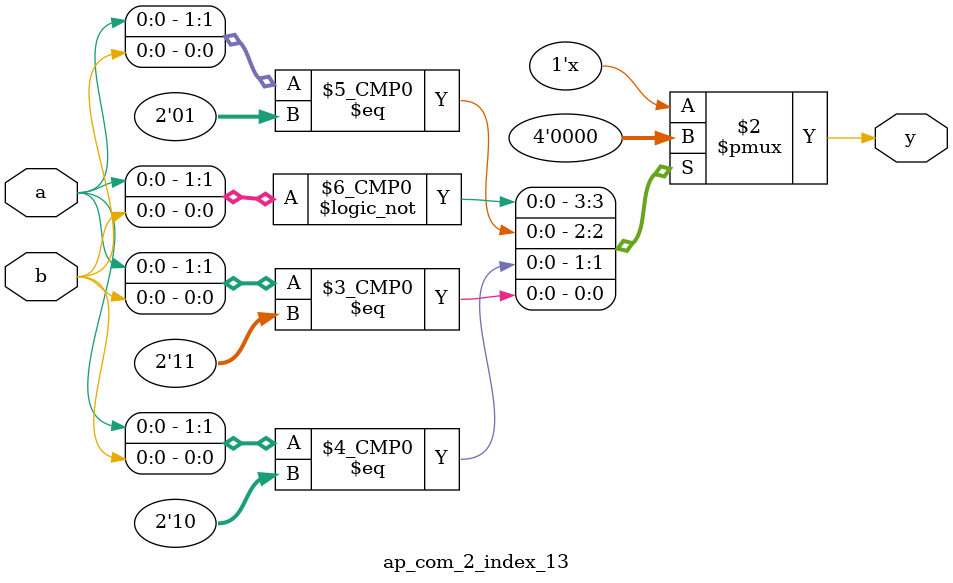
<source format=v>
module ap_com_4_index_0(
	input wire a,
	input wire b,
	input wire c,
	input wire d,
	output reg y
);

always @(*) begin
	case({a, b, c, d})
		4'b0000: y = 0;
		4'b0001: y = 0;
		4'b0010: y = 0;
		4'b0011: y = 0;
		4'b0100: y = 1;
		4'b0101: y = 1;
		4'b0110: y = 1;
		4'b0111: y = 1;
		4'b1000: y = 1;
		4'b1001: y = 1;
		4'b1010: y = 1;
		4'b1011: y = 1;
		4'b1100: y = 1;
		4'b1101: y = 1;
		4'b1110: y = 1;
		4'b1111: y = 1;
		default:;
	endcase
end

endmodule


module ap_com_3_index_1(
	input wire a,
	input wire b,
	input wire c,
	output reg y
);

always @(*) begin
	case({a, b, c})
		3'b000: y = 0;
		3'b001: y = 0;
		3'b010: y = 1;
		3'b011: y = 1;
		3'b100: y = 0;
		3'b101: y = 0;
		3'b110: y = 1;
		3'b111: y = 1;
		default:;
	endcase
end

endmodule


module ap_com_2_index_2(
	input wire a,
	input wire b,
	output reg y
);

always @(*) begin
	case({a, b})
		2'b00: y = 0;
		2'b01: y = 0;
		2'b10: y = 1;
		2'b11: y = 1;
		default:;
	endcase
end

endmodule


module ap_com_4_index_3(
	input wire a,
	input wire b,
	input wire c,
	input wire d,
	output reg y
);

always @(*) begin
	case({a, b, c, d})
		4'b0000: y = 0;
		4'b0001: y = 0;
		4'b0010: y = 0;
		4'b0011: y = 0;
		4'b0100: y = 1;
		4'b0101: y = 1;
		4'b0110: y = 1;
		4'b0111: y = 1;
		4'b1000: y = 0;
		4'b1001: y = 0;
		4'b1010: y = 1;
		4'b1011: y = 1;
		4'b1100: y = 1;
		4'b1101: y = 1;
		4'b1110: y = 1;
		4'b1111: y = 1;
		default:;
	endcase
end

endmodule


module ap_com_3_index_4(
	input wire a,
	input wire b,
	input wire c,
	output reg y
);

always @(*) begin
	case({a, b, c})
		3'b000: y = 0;
		3'b001: y = 0;
		3'b010: y = 0;
		3'b011: y = 0;
		3'b100: y = 0;
		3'b101: y = 0;
		3'b110: y = 0;
		3'b111: y = 0;
		default:;
	endcase
end

endmodule


module ap_com_4_index_5(
	input wire a,
	input wire b,
	input wire c,
	input wire d,
	output reg y
);

always @(*) begin
	case({a, b, c, d})
		4'b0000: y = 0;
		4'b0001: y = 0;
		4'b0010: y = 0;
		4'b0011: y = 0;
		4'b0100: y = 0;
		4'b0101: y = 0;
		4'b0110: y = 0;
		4'b0111: y = 0;
		4'b1000: y = 1;
		4'b1001: y = 1;
		4'b1010: y = 1;
		4'b1011: y = 0;
		4'b1100: y = 1;
		4'b1101: y = 1;
		4'b1110: y = 1;
		4'b1111: y = 0;
		default:;
	endcase
end

endmodule


module ap_com_2_index_6(
	input wire a,
	input wire b,
	output reg y
);

always @(*) begin
	case({a, b})
		2'b00: y = 0;
		2'b01: y = 0;
		2'b10: y = 0;
		2'b11: y = 0;
		default:;
	endcase
end

endmodule


module ap_com_4_index_7(
	input wire a,
	input wire b,
	input wire c,
	input wire d,
	output reg y
);

always @(*) begin
	case({a, b, c, d})
		4'b0000: y = 1;
		4'b0001: y = 1;
		4'b0010: y = 1;
		4'b0011: y = 1;
		4'b0100: y = 0;
		4'b0101: y = 0;
		4'b0110: y = 0;
		4'b0111: y = 0;
		4'b1000: y = 1;
		4'b1001: y = 1;
		4'b1010: y = 1;
		4'b1011: y = 1;
		4'b1100: y = 0;
		4'b1101: y = 1;
		4'b1110: y = 0;
		4'b1111: y = 1;
		default:;
	endcase
end

endmodule


module ap_com_4_index_8(
	input wire a,
	input wire b,
	input wire c,
	input wire d,
	output reg y
);

always @(*) begin
	case({a, b, c, d})
		4'b0000: y = 1;
		4'b0001: y = 1;
		4'b0010: y = 1;
		4'b0011: y = 1;
		4'b0100: y = 1;
		4'b0101: y = 1;
		4'b0110: y = 1;
		4'b0111: y = 1;
		4'b1000: y = 1;
		4'b1001: y = 1;
		4'b1010: y = 1;
		4'b1011: y = 1;
		4'b1100: y = 1;
		4'b1101: y = 1;
		4'b1110: y = 0;
		4'b1111: y = 0;
		default:;
	endcase
end

endmodule


module ap_com_3_index_9(
	input wire a,
	input wire b,
	input wire c,
	output reg y
);

always @(*) begin
	case({a, b, c})
		3'b000: y = 1;
		3'b001: y = 1;
		3'b010: y = 1;
		3'b011: y = 1;
		3'b100: y = 1;
		3'b101: y = 1;
		3'b110: y = 1;
		3'b111: y = 1;
		default:;
	endcase
end

endmodule


module ap_com_2_index_10(
	input wire a,
	input wire b,
	output reg y
);

always @(*) begin
	case({a, b})
		2'b00: y = 0;
		2'b01: y = 0;
		2'b10: y = 0;
		2'b11: y = 0;
		default:;
	endcase
end

endmodule


module ap_com_2_index_11(
	input wire a,
	input wire b,
	output reg y
);

always @(*) begin
	case({a, b})
		2'b00: y = 1;
		2'b01: y = 1;
		2'b10: y = 1;
		2'b11: y = 1;
		default:;
	endcase
end

endmodule


module ap_com_2_index_12(
	input wire a,
	input wire b,
	output reg y
);

always @(*) begin
	case({a, b})
		2'b00: y = 1;
		2'b01: y = 1;
		2'b10: y = 1;
		2'b11: y = 1;
		default:;
	endcase
end

endmodule


module ap_com_2_index_13(
	input wire a,
	input wire b,
	output reg y
);

always @(*) begin
	case({a, b})
		2'b00: y = 0;
		2'b01: y = 0;
		2'b10: y = 0;
		2'b11: y = 0;
		default:;
	endcase
end

endmodule



</source>
